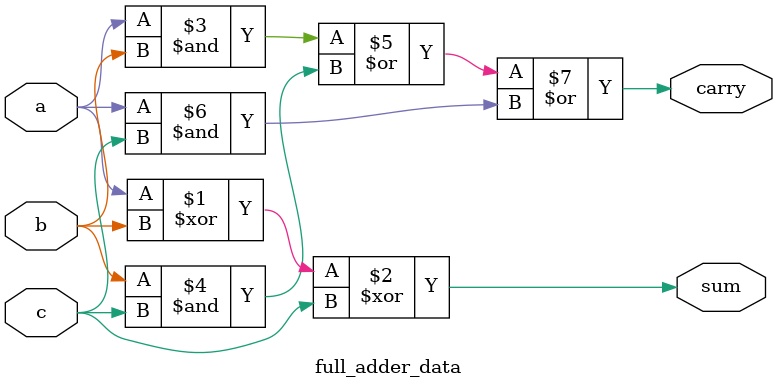
<source format=v>
module full_adder_data(a,b,c,sum,carry);
input a,b,c;
output sum,carry;
assign sum = a^b^c;
assign carry = (a&b)|(b&c)|(a&c); 
endmodule
</source>
